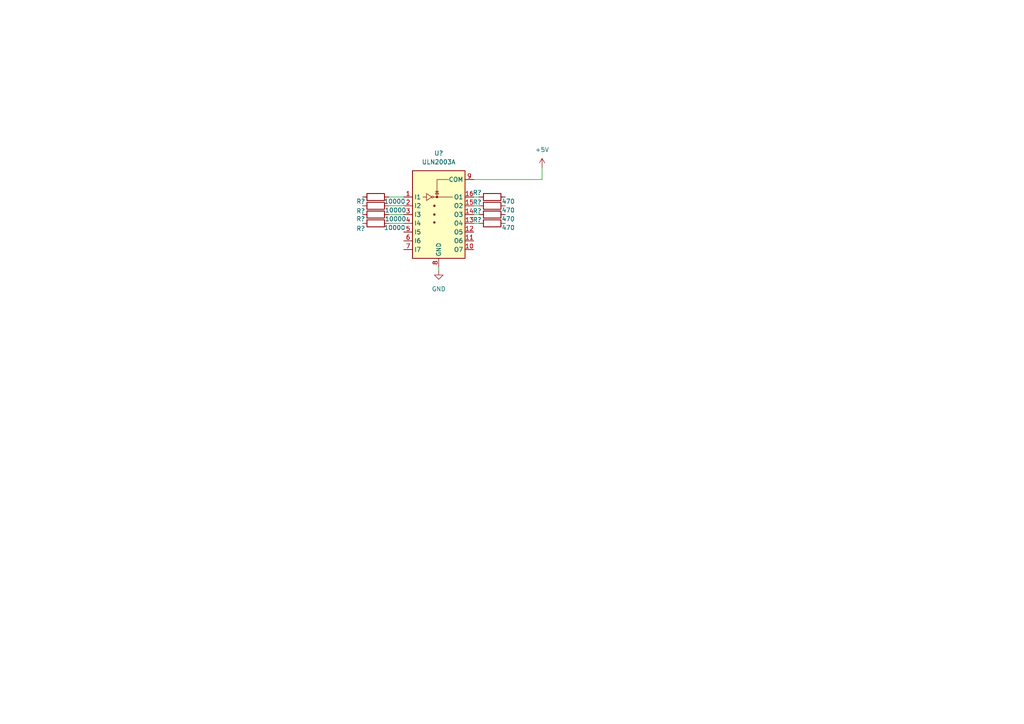
<source format=kicad_sch>
(kicad_sch (version 20211123) (generator eeschema)
  (paper "A4")
  (lib_symbols
    (symbol "Device:R" (pin_numbers hide) (pin_names (offset 0))
      (property "Reference" "R" (at 2.032 0 90))
      (property "Value" "R" (at 0 0 90))
      (symbol "R_0_1"
        (rectangle (start -1.016 -2.54) (end 1.016 2.54) (stroke (width 0.254)))
      )
      (symbol "R_1_1"
        (pin passive line (at 0 3.81 270) (length 1.27) (name "~") (number "1"))
        (pin passive line (at 0 -3.81 90) (length 1.27) (name "~") (number "2"))
      )
    )
    (symbol "Transistor_Array:ULN2003A"
      (property "Reference" "U" (at 0 15.875 0))
      (property "Value" "ULN2003A" (at 0 13.97 0))
      (symbol "ULN2003A_0_1"
        (rectangle (start -7.62 -12.7) (end 7.62 12.7) (stroke (width 0.254)) (fill (type background)))
        (circle (center -1.778 5.08) (radius 0.254))
        (circle (center -1.27 -2.286) (radius 0.254) (fill (type outline)))
        (circle (center -1.27 0) (radius 0.254) (fill (type outline)))
        (circle (center -1.27 2.54) (radius 0.254) (fill (type outline)))
        (circle (center -0.508 5.08) (radius 0.254) (fill (type outline)))
        (polyline (pts (xy -4.572 5.08) (xy -3.556 5.08)))
        (polyline (pts (xy -1.524 5.08) (xy 4.064 5.08)))
        (polyline (pts (xy 0 6.731) (xy -1.016 6.731)))
        (polyline (pts (xy -0.508 5.08) (xy -0.508 10.16) (xy 2.921 10.16)))
        (polyline (pts (xy -3.556 6.096) (xy -3.556 4.064) (xy -2.032 5.08) (xy -3.556 6.096)))
        (polyline (pts (xy 0 5.969) (xy -1.016 5.969) (xy -0.508 6.731) (xy 0 5.969)))
      )
      (symbol "ULN2003A_1_1"
        (pin input line (at -10.16 5.08 0) (length 2.54) (name "I1") (number "1"))
        (pin open_collector line (at 10.16 -10.16 180) (length 2.54) (name "O7") (number "10"))
        (pin open_collector line (at 10.16 -7.62 180) (length 2.54) (name "O6") (number "11"))
        (pin open_collector line (at 10.16 -5.08 180) (length 2.54) (name "O5") (number "12"))
        (pin open_collector line (at 10.16 -2.54 180) (length 2.54) (name "O4") (number "13"))
        (pin open_collector line (at 10.16 0 180) (length 2.54) (name "O3") (number "14"))
        (pin open_collector line (at 10.16 2.54 180) (length 2.54) (name "O2") (number "15"))
        (pin open_collector line (at 10.16 5.08 180) (length 2.54) (name "O1") (number "16"))
        (pin input line (at -10.16 2.54 0) (length 2.54) (name "I2") (number "2"))
        (pin input line (at -10.16 0 0) (length 2.54) (name "I3") (number "3"))
        (pin input line (at -10.16 -2.54 0) (length 2.54) (name "I4") (number "4"))
        (pin input line (at -10.16 -5.08 0) (length 2.54) (name "I5") (number "5"))
        (pin input line (at -10.16 -7.62 0) (length 2.54) (name "I6") (number "6"))
        (pin input line (at -10.16 -10.16 0) (length 2.54) (name "I7") (number "7"))
        (pin power_in line (at 0 -15.24 90) (length 2.54) (name "GND") (number "8"))
        (pin passive line (at 10.16 10.16 180) (length 2.54) (name "COM") (number "9"))
      )
    )
    (symbol "power:+5V" (power) (pin_names (offset 0))
      (property "Value" "+5V" (at 0 3.556 0))
      (symbol "+5V_0_1"
        (polyline (pts (xy -0.762 1.27) (xy 0 2.54)))
        (polyline (pts (xy 0 0) (xy 0 2.54)))
        (polyline (pts (xy 0 2.54) (xy 0.762 1.27)))
      )
      (symbol "+5V_1_1"
        (pin power_in line (at 0 0 90) (length 0) hide (name "+5V") (number "1"))
      )
    )
    (symbol "power:GND" (power) (pin_names (offset 0))
      (property "Value" "GND" (at 0 -3.81 0))
      (symbol "GND_0_1"
        (polyline (pts (xy 0 0) (xy 0 -1.27) (xy 1.27 -1.27) (xy 0 -2.54) (xy -1.27 -1.27) (xy 0 -1.27)))
      )
      (symbol "GND_1_1"
        (pin power_in line (at 0 0 270) (length 0) hide (name "GND") (number "1"))
      )
    )
  )
  (wire (pts (xy 157.226 48.514) (xy 157.226 52.07)))
  (wire (pts (xy 137.414 57.15) (xy 138.938 57.15)))
  (wire (pts (xy 112.776 62.23) (xy 117.094 62.23)))
  (wire (pts (xy 157.226 52.07) (xy 137.414 52.07)))
  (wire (pts (xy 127.254 77.47) (xy 127.254 78.486)))
  (wire (pts (xy 112.776 64.77) (xy 117.094 64.77)))
  (wire (pts (xy 137.414 64.77) (xy 138.938 64.77)))
  (wire (pts (xy 117.094 57.15) (xy 112.776 57.15)))
  (wire (pts (xy 112.776 59.69) (xy 117.094 59.69)))
  (wire (pts (xy 137.414 59.69) (xy 138.938 59.69)))
  (wire (pts (xy 137.414 62.23) (xy 138.938 62.23)))
  (symbol (lib_id "Device:R") (at 142.748 64.77 90) (unit 1)
    (property "Reference" "R?" (at 139.7 63.754 90) (effects (justify left)))
    (property "Value" "470" (at 149.352 66.04 90) (effects (justify left)))
  )
  (symbol (lib_id "Transistor_Array:ULN2003A") (at 127.254 62.23 0) (unit 1)
    (property "Reference" "U?" (at 127.254 44.45 0))
    (property "Value" "ULN2003A" (at 127.254 46.99 0))
    (property "Datasheet" "http://www.ti.com/lit/ds/symlink/uln2003a.pdf" (effects hide))
  )
  (symbol (lib_id "Device:R") (at 108.966 62.23 90) (unit 1)
    (property "Reference" "R?" (at 105.918 63.5 90) (effects (justify left)))
    (property "Value" "10000" (at 117.856 63.5 90) (effects (justify left)))
  )
  (symbol (lib_id "Device:R") (at 142.748 59.69 90) (unit 1)
    (property "Reference" "R?" (at 139.7 58.674 90) (effects (justify left)))
    (property "Value" "470" (at 149.352 60.96 90) (effects (justify left)))
  )
  (symbol (lib_id "Device:R") (at 142.748 57.15 90) (unit 1)
    (property "Reference" "R?" (at 139.7 55.88 90) (effects (justify left)))
    (property "Value" "470" (at 149.352 58.42 90) (effects (justify left)))
  )
  (symbol (lib_id "power:+5V") (at 157.226 48.514 0) (unit 1)
    (property "Reference" "#PWR?" (effects hide))
    (property "Value" "+5V" (at 157.226 43.434 0))
  )
  (symbol (lib_id "Device:R") (at 108.966 57.15 90) (unit 1)
    (property "Reference" "R?" (at 105.918 58.42 90) (effects (justify left)))
    (property "Value" "10000" (at 117.602 58.42 90) (effects (justify left)))
  )
  (symbol (lib_id "Device:R") (at 108.966 59.69 90) (unit 1)
    (property "Reference" "R?" (at 105.918 61.214 90) (effects (justify left)))
    (property "Value" "10000" (at 117.856 60.96 90) (effects (justify left)))
  )
  (symbol (lib_id "Device:R") (at 108.966 64.77 90) (unit 1)
    (property "Reference" "R?" (at 105.918 66.294 90) (effects (justify left)))
    (property "Value" "10000" (at 117.602 66.04 90) (effects (justify left)))
  )
  (symbol (lib_id "power:GND") (at 127.254 78.486 0) (unit 1)
    (property "Reference" "#PWR?" (effects hide))
    (property "Value" "GND" (at 127.254 83.82 0))
  )
  (symbol (lib_id "Device:R") (at 142.748 62.23 90) (unit 1)
    (property "Reference" "R?" (at 139.7 61.214 90) (effects (justify left)))
    (property "Value" "470" (at 149.352 63.5 90) (effects (justify left)))
  )
)
</source>
